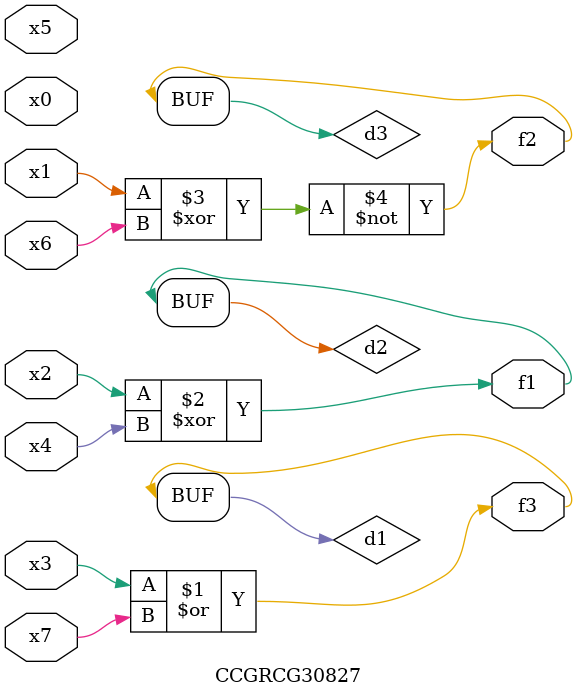
<source format=v>
module CCGRCG30827(
	input x0, x1, x2, x3, x4, x5, x6, x7,
	output f1, f2, f3
);

	wire d1, d2, d3;

	or (d1, x3, x7);
	xor (d2, x2, x4);
	xnor (d3, x1, x6);
	assign f1 = d2;
	assign f2 = d3;
	assign f3 = d1;
endmodule

</source>
